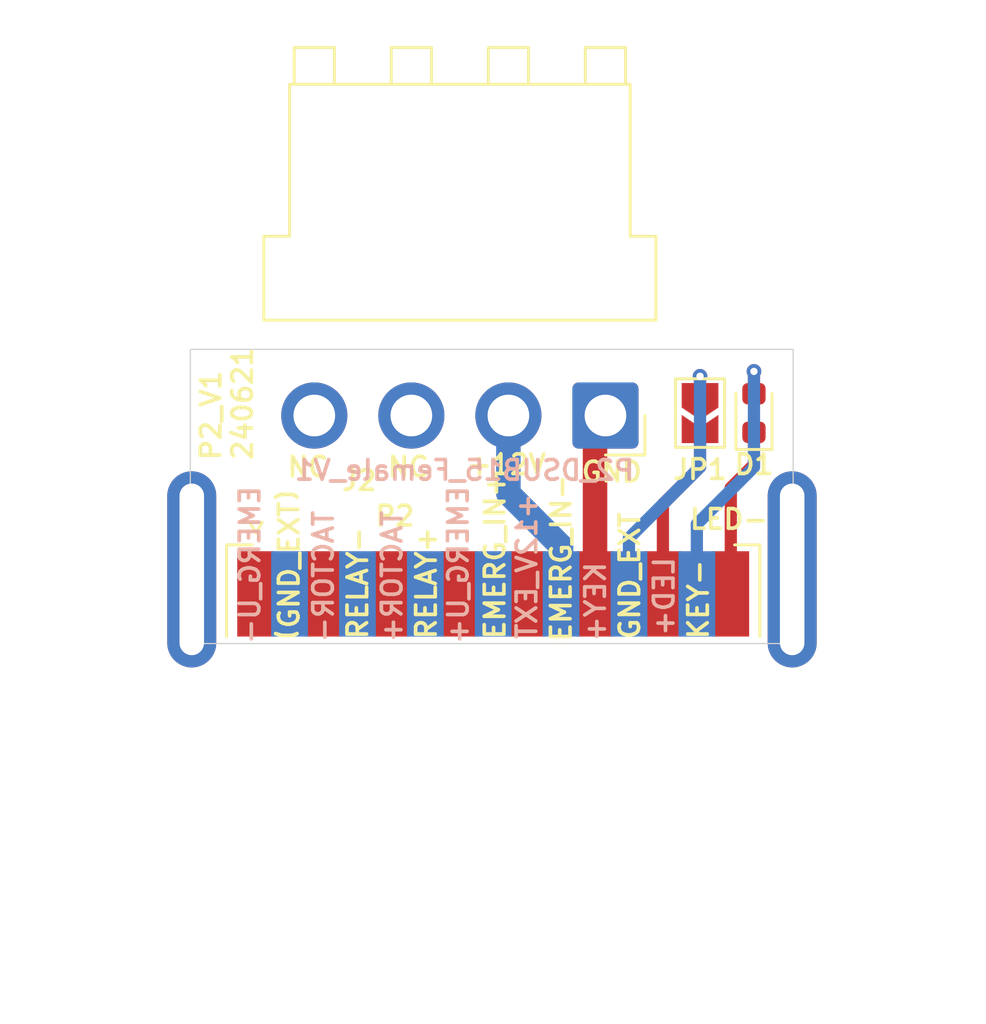
<source format=kicad_pcb>
(kicad_pcb (version 20221018) (generator pcbnew)
  (layers (0 "F.Cu" signal) (31 "B.Cu" signal) (34 "B.Paste" user) (35 "F.Paste" user) (36 "B.SilkS" user "B.Silkscreen") (37 "F.SilkS" user "F.Silkscreen") (38 "B.Mask" user) (39 "F.Mask" user) (44 "Edge.Cuts" user))
  (net 0 "")
  (net 1 "/(GND_EXT)")
  (net 2 "/RELAY-")
  (net 3 "/RELAY+")
  (net 4 "/EMERG_IN+")
  (net 5 "/EMERG_IN-")
  (net 6 "/GND_EXT")
  (net 7 "/KEY-")
  (net 8 "/LED-")
  (net 9 "/EMERG_U-")
  (net 10 "/CONTACTOR-")
  (net 11 "/CONTACTOR+")
  (net 12 "/ENERG_U+")
  (net 13 "/+12V_EXT")
  (net 14 "/KEY+")
  (net 15 "/LED+")
  (footprint "Connector_JST:JST_VH_B4PS-VH_1x04_P3.96mm_Horizontal" (layer "F.Cu") (at 135.64 59.4 180)
    (fp_text reference "J2" (at 10.04 -2.65) (layer "F.SilkS") (effects (font (size 0.8 0.8))))
    (fp_text value "B4PS-VH")
    (fp_line (start -2.06 3.89) (end 13.94 3.89) (stroke (width 0.12)) (layer "F.SilkS"))
    (fp_line (start -2.06 7.31) (end -2.06 3.89) (stroke (width 0.12)) (layer "F.SilkS"))
    (fp_line (start -1.61 -1.61) (end -1.61 0) (stroke (width 0.12)) (layer "F.SilkS"))
    (fp_line (start -1.01 7.31) (end -2.06 7.31) (stroke (width 0.12)) (layer "F.SilkS"))
    (fp_line (start -1.01 13.51) (end -1.01 7.31) (stroke (width 0.12)) (layer "F.SilkS"))
    (fp_line (start -0.82 13.51) (end -0.82 15.01) (stroke (width 0.12)) (layer "F.SilkS"))
    (fp_line (start -0.82 15.01) (end 0.82 15.01) (stroke (width 0.12)) (layer "F.SilkS"))
    (fp_line (start 0 -1.61) (end -1.61 -1.61) (stroke (width 0.12)) (layer "F.SilkS"))
    (fp_line (start 0.82 15.01) (end 0.82 13.51) (stroke (width 0.12)) (layer "F.SilkS"))
    (fp_line (start 3.14 13.51) (end 3.14 15.01) (stroke (width 0.12)) (layer "F.SilkS"))
    (fp_line (start 3.14 15.01) (end 4.78 15.01) (stroke (width 0.12)) (layer "F.SilkS"))
    (fp_line (start 4.78 15.01) (end 4.78 13.51) (stroke (width 0.12)) (layer "F.SilkS"))
    (fp_line (start 7.1 13.51) (end 7.1 15.01) (stroke (width 0.12)) (layer "F.SilkS"))
    (fp_line (start 7.1 15.01) (end 8.74 15.01) (stroke (width 0.12)) (layer "F.SilkS"))
    (fp_line (start 8.74 15.01) (end 8.74 13.51) (stroke (width 0.12)) (layer "F.SilkS"))
    (fp_line (start 11.06 13.51) (end 11.06 15.01) (stroke (width 0.12)) (layer "F.SilkS"))
    (fp_line (start 11.06 15.01) (end 12.7 15.01) (stroke (width 0.12)) (layer "F.SilkS"))
    (fp_line (start 12.7 15.01) (end 12.7 13.51) (stroke (width 0.12)) (layer "F.SilkS"))
    (fp_line (start 12.89 7.31) (end 12.89 13.51) (stroke (width 0.12)) (layer "F.SilkS"))
    (fp_line (start 12.89 13.51) (end -1.01 13.51) (stroke (width 0.12)) (layer "F.SilkS"))
    (fp_line (start 13.94 3.89) (end 13.94 7.31) (stroke (width 0.12)) (layer "F.SilkS"))
    (fp_line (start 13.94 7.31) (end 12.89 7.31) (stroke (width 0.12)) (layer "F.SilkS"))
    (pad "1" thru_hole roundrect (at 0 0 180) (size 2.7 2.7) (drill 1.7) (layers "*.Cu" "*.Mask") (roundrect_rratio 0.092593) (net 6 "/GND_EXT"))
    (pad "2" thru_hole circle (at 3.96 0 180) (size 2.7 2.7) (drill 1.7) (layers "*.Cu" "*.Mask") (net 13 "/+12V_EXT"))
    (pad "3" thru_hole circle (at 7.92 0 180) (size 2.7 2.7) (drill 1.7) (layers "*.Cu" "*.Mask"))
    (pad "4" thru_hole circle (at 11.88 0 180) (size 2.7 2.7) (drill 1.7) (layers "*.Cu" "*.Mask"))
  )
  (footprint "LED_SMD:LED_0603_1608Metric" (layer "F.Cu") (at 141.7 59.3 90)
    (fp_text reference "D1" (at -2.1 0 180) (layer "F.SilkS") (effects (font (size 0.8 0.8))))
    (fp_text value "LED")
    (fp_line (start -1.485 -0.735) (end -1.485 0.735) (stroke (width 0.12)) (layer "F.SilkS"))
    (fp_line (start -1.485 0.735) (end 0.8 0.735) (stroke (width 0.12)) (layer "F.SilkS"))
    (fp_line (start 0.8 -0.735) (end -1.485 -0.735) (stroke (width 0.12)) (layer "F.SilkS"))
    (pad "1" smd roundrect (at -0.7875 0 90) (size 0.875 0.95) (layers "F.Cu" "F.Paste" "F.Mask") (net 8 "/LED-"))
    (pad "2" smd roundrect (at 0.7875 0 90) (size 0.875 0.95) (layers "F.Cu" "F.Paste" "F.Mask") (net 15 "/LED+"))
  )
  (footprint "Jumper:SolderJumper-2_P1.3mm_Open_TrianglePad1.0x1.5mm" (layer "F.Cu") (at 139.5 59.3 -90)
    (fp_text reference "JP1" (at 2.3 0 -180) (layer "F.SilkS") (effects (font (size 0.8 0.8))))
    (fp_text value "SolderJumper_2_Open")
    (fp_line (start -1.4 -1) (end 1.4 -1) (stroke (width 0.12)) (layer "F.SilkS"))
    (fp_line (start -1.4 1) (end -1.4 -1) (stroke (width 0.12)) (layer "F.SilkS"))
    (fp_line (start 1.4 -1) (end 1.4 1) (stroke (width 0.12)) (layer "F.SilkS"))
    (fp_line (start 1.4 1) (end -1.4 1) (stroke (width 0.12)) (layer "F.SilkS"))
    (pad "1" smd custom (at -0.725 0 270) (size 0.3 0.3) (layers "F.Cu" "F.Mask") (net 14 "/KEY+") (options (clearance outline) (anchor rect)) (primitives (gr_poly (pts (xy 1 0) (xy 0.5 0.75) (xy -0.5 0.75) (xy -0.5 -0.75) (xy 0.5 -0.75)) (width 0) (fill yes))))
    (pad "2" smd custom (at 0.725 0 270) (size 0.3 0.3) (layers "F.Cu" "F.Mask") (net 7 "/KEY-") (options (clearance outline) (anchor rect)) (primitives (gr_poly (pts (xy 0.5 0.75) (xy -0.65 0.75) (xy -0.15 0) (xy -0.65 -0.75) (xy 0.5 -0.75)) (width 0) (fill yes))))
  )
  (footprint "Connector_Dsub:DSUB-15_Male_EdgeMount_P2.77mm_1" (layer "F.Cu") (at 131.06 66.675)
    (fp_text reference "P2" (at -4.01 -3.175) (layer "F.SilkS") (effects (font (size 0.8 0.8))))
    (fp_text value "DSUB15 Male")
    (fp_line (start -10.878333 -2) (end -10.878333 1.74) (stroke (width 0.12)) (layer "F.SilkS"))
    (fp_line (start -9.925 -2.916506) (end -9.425 -2.916506) (stroke (width 0.12)) (layer "F.SilkS"))
    (fp_line (start -9.835834 -2) (end -10.864167 -2) (stroke (width 0.12)) (layer "F.SilkS"))
    (fp_line (start -9.675 -2.483493) (end -9.925 -2.916506) (stroke (width 0.12)) (layer "F.SilkS"))
    (fp_line (start -9.425 -2.916506) (end -9.675 -2.483493) (stroke (width 0.12)) (layer "F.SilkS"))
    (fp_line (start 10.878333 -2) (end 9.85 -2) (stroke (width 0.12)) (layer "F.SilkS"))
    (fp_line (start 10.878333 1.74) (end 10.878333 -2) (stroke (width 0.12)) (layer "F.SilkS"))
    (pad "0" thru_hole oval (at -12.3 -1) (size 2 8) (drill oval 1 7) (layers "*.Cu" "*.Mask"))
    (pad "0" thru_hole oval (at 12.2 -1) (size 2 8) (drill oval 1 7) (layers "*.Cu" "*.Mask"))
    (pad "1" smd rect (at -9.695 0) (size 1.5 3.48) (layers "F.Cu" "F.Paste" "F.Mask") (net 1 "/(GND_EXT)"))
    (pad "2" smd rect (at -6.925 0) (size 1.5 3.48) (layers "F.Cu" "F.Paste" "F.Mask") (net 2 "/RELAY-"))
    (pad "3" smd rect (at -4.155 0) (size 1.5 3.48) (layers "F.Cu" "F.Paste" "F.Mask") (net 3 "/RELAY+"))
    (pad "4" smd rect (at -1.385 0) (size 1.5 3.48) (layers "F.Cu" "F.Paste" "F.Mask") (net 4 "/EMERG_IN+"))
    (pad "5" smd rect (at 1.385 0) (size 1.5 3.48) (layers "F.Cu" "F.Paste" "F.Mask") (net 5 "/EMERG_IN-"))
    (pad "6" smd rect (at 4.155 0) (size 1.5 3.48) (layers "F.Cu" "F.Paste" "F.Mask") (net 6 "/GND_EXT"))
    (pad "7" smd rect (at 6.925 0) (size 1.5 3.48) (layers "F.Cu" "F.Paste" "F.Mask") (net 7 "/KEY-"))
    (pad "8" smd rect (at 9.695 0) (size 1.5 3.48) (layers "F.Cu" "F.Paste" "F.Mask") (net 8 "/LED-"))
    (pad "9" smd rect (at -8.31 0) (size 1.5 3.48) (layers "B.Cu" "B.Paste" "B.Mask") (net 9 "/EMERG_U-"))
    (pad "10" smd rect (at -5.54 0) (size 1.5 3.48) (layers "B.Cu" "B.Paste" "B.Mask") (net 10 "/CONTACTOR-"))
    (pad "11" smd rect (at -2.77 0) (size 1.5 3.48) (layers "B.Cu" "B.Paste" "B.Mask") (net 11 "/CONTACTOR+"))
    (pad "12" smd rect (at 0 0) (size 1.5 3.48) (layers "B.Cu" "B.Paste" "B.Mask") (net 12 "/ENERG_U+"))
    (pad "13" smd rect (at 2.77 0) (size 1.5 3.48) (layers "B.Cu" "B.Paste" "B.Mask") (net 13 "/+12V_EXT"))
    (pad "14" smd rect (at 5.54 0) (size 1.5 3.48) (layers "B.Cu" "B.Paste" "B.Mask") (net 14 "/KEY+"))
    (pad "15" smd rect (at 8.31 0) (size 1.5 3.48) (layers "B.Cu" "B.Paste" "B.Mask") (net 15 "/LED+"))
  )
  (gr_rect (start 118.7 56.7) (end 143.3 68.7) (stroke (width 0.05)) (fill none) (layer "Edge.Cuts"))
  (gr_text "TACTOR+" (at 127.4 63.2 90) (layer "B.SilkS") (effects (font (size 0.8 0.8) (thickness 0.15) bold) (justify left bottom mirror)))
  (gr_text "KEY+" (at 135.7 65.3 90) (layer "B.SilkS") (effects (font (size 0.8 0.8) (thickness 0.15) bold) (justify left bottom mirror)))
  (gr_text "+12V_EXT" (at 132.9 62.5 90) (layer "B.SilkS") (effects (font (size 0.8 0.8) (thickness 0.15) bold) (justify left bottom mirror)))
  (gr_text "P2_DSUB15_Female_V1" (at 136.9 62.1) (layer "B.SilkS") (effects (font (size 0.8 0.8) (thickness 0.15) bold) (justify left bottom mirror)))
  (gr_text "EMERG_U-" (at 121.6 62.2 90) (layer "B.SilkS") (effects (font (size 0.8 0.8) (thickness 0.15) bold) (justify left bottom mirror)))
  (gr_text "LED+" (at 138.5 65.1 90) (layer "B.SilkS") (effects (font (size 0.8 0.8) (thickness 0.15) bold) (justify left bottom mirror)))
  (gr_text "TACTOR-" (at 124.6 63.2 90) (layer "B.SilkS") (effects (font (size 0.8 0.8) (thickness 0.15) bold) (justify left bottom mirror)))
  (gr_text "EMERG_U+" (at 130.1 62.2 90) (layer "B.SilkS") (effects (font (size 0.8 0.8) (thickness 0.15) bold) (justify left bottom mirror)))
  (gr_text "P2_V1\n240621" (at 121.3 61.3 90) (layer "F.SilkS") (effects (font (size 0.8 0.8) (thickness 0.15) bold) (justify left bottom)))
  (gr_text "GND_EXT" (at 137.1 68.6 90) (layer "F.SilkS") (effects (font (size 0.8 0.8) (thickness 0.15) bold) (justify left bottom)))
  (gr_text "NC" (at 127.6 61.5) (layer "F.SilkS") (effects (font (size 0.8 0.8))))
  (gr_text "EMERG_IN+" (at 131.6 68.6 90) (layer "F.SilkS") (effects (font (size 0.8 0.8) (thickness 0.15) bold) (justify left bottom)))
  (gr_text "NC" (at 123.5 61.5) (layer "F.SilkS") (effects (font (size 0.8 0.8))))
  (gr_text "GND" (at 135.9 61.7) (layer "F.SilkS") (effects (font (size 0.8 0.8))))
  (gr_text "KEY-" (at 139.9 68.6 90) (layer "F.SilkS") (effects (font (size 0.8 0.8) (thickness 0.15) bold) (justify left bottom)))
  (gr_text "RELAY+" (at 128.8 68.6 90) (layer "F.SilkS") (effects (font (size 0.8 0.8) (thickness 0.15) bold) (justify left bottom)))
  (gr_text "RELAY-" (at 126 68.6 90) (layer "F.SilkS") (effects (font (size 0.8 0.8) (thickness 0.15) bold) (justify left bottom)))
  (gr_text "LED-" (at 139 64.1) (layer "F.SilkS") (effects (font (size 0.8 0.8) (thickness 0.15) bold) (justify left bottom)))
  (gr_text "（GND_EXT）" (at 123.2 69 90) (layer "F.SilkS") (effects (font (size 0.8 0.8) (thickness 0.15) bold) (justify left bottom)))
  (gr_text "+12V" (at 131.6 61.4) (layer "F.SilkS") (effects (font (size 0.8 0.8))))
  (gr_text "EMERG_IN-" (at 134.3 68.7 90) (layer "F.SilkS") (effects (font (size 0.8 0.8) (thickness 0.15) bold) (justify left bottom)))
  (segment (start 135.215 59.825) (end 135.64 59.4) (width 1) (layer "F.Cu") (net 6))
  (segment (start 135.215 66.675) (end 135.215 59.825) (width 1) (layer "F.Cu") (net 6))
  (segment (start 137.985 63.015) (end 139.5 61.5) (width 0.5) (layer "F.Cu") (net 7))
  (segment (start 137.985 66.675) (end 138.125 66.535) (width 0.5) (layer "F.Cu") (net 7))
  (segment (start 137.985 66.675) (end 137.985 63.015) (width 0.5) (layer "F.Cu") (net 7))
  (segment (start 139.5 61.5) (end 139.5 60.025) (width 0.5) (layer "F.Cu") (net 7))
  (segment (start 140.755 62.345) (end 141.7 61.4) (width 0.5) (layer "F.Cu") (net 8))
  (segment (start 140.755 66.675) (end 140.755 62.345) (width 0.5) (layer "F.Cu") (net 8))
  (segment (start 141.7 61.4) (end 141.7 60.0875) (width 0.5) (layer "F.Cu") (net 8))
  (segment (start 133.83 64.73) (end 131.68 62.58) (width 1) (layer "B.Cu") (net 13))
  (segment (start 133.83 66.675) (end 133.83 64.73) (width 1) (layer "B.Cu") (net 13))
  (segment (start 131.68 62.58) (end 131.68 59.4) (width 1) (layer "B.Cu") (net 13))
  (segment (start 139.5 57.8) (end 139.5 58.575) (width 0.5) (layer "F.Cu") (net 14))
  (via (at 139.5 57.8) (size 0.6) (drill 0.3) (layers "F.Cu" "B.Cu") (net 14))
  (segment (start 139.5 61.5) (end 136.6 64.4) (width 0.5) (layer "B.Cu") (net 14))
  (segment (start 136.6 64.4) (end 136.6 66.675) (width 0.5) (layer "B.Cu") (net 14))
  (segment (start 139.5 57.8) (end 139.5 61.5) (width 0.5) (layer "B.Cu") (net 14))
  (segment (start 141.7 58.5125) (end 141.7 57.6) (width 0.5) (layer "F.Cu") (net 15))
  (via (at 141.7 57.6) (size 0.6) (drill 0.3) (layers "F.Cu" "B.Cu") (net 15))
  (segment (start 139.37 63.83) (end 139.37 66.675) (width 0.5) (layer "B.Cu") (net 15))
  (segment (start 141.7 57.6) (end 141.7 61.5) (width 0.5) (layer "B.Cu") (net 15))
  (segment (start 141.7 61.5) (end 139.37 63.83) (width 0.5) (layer "B.Cu") (net 15))
)
</source>
